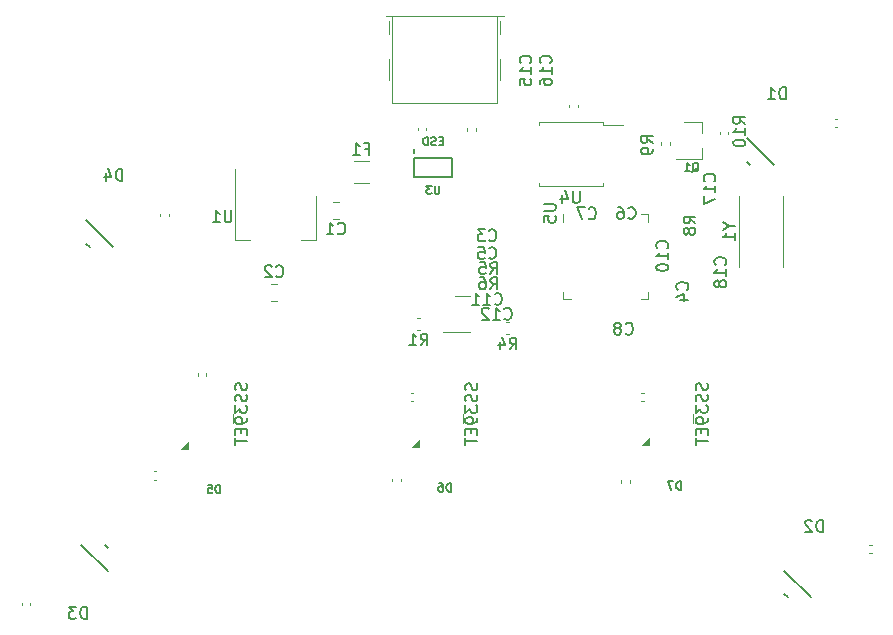
<source format=gbr>
G04 #@! TF.GenerationSoftware,KiCad,Pcbnew,(7.0.0-0)*
G04 #@! TF.CreationDate,2023-03-01T20:47:15-06:00*
G04 #@! TF.ProjectId,RP2040_minimal,52503230-3430-45f6-9d69-6e696d616c2e,REV1*
G04 #@! TF.SameCoordinates,Original*
G04 #@! TF.FileFunction,Legend,Bot*
G04 #@! TF.FilePolarity,Positive*
%FSLAX46Y46*%
G04 Gerber Fmt 4.6, Leading zero omitted, Abs format (unit mm)*
G04 Created by KiCad (PCBNEW (7.0.0-0)) date 2023-03-01 20:47:15*
%MOMM*%
%LPD*%
G01*
G04 APERTURE LIST*
%ADD10C,0.150000*%
%ADD11C,0.200000*%
%ADD12C,0.100000*%
%ADD13C,0.120000*%
G04 APERTURE END LIST*
D10*
X100546666Y-136602166D02*
X100546666Y-135902166D01*
X100546666Y-135902166D02*
X100379999Y-135902166D01*
X100379999Y-135902166D02*
X100279999Y-135935500D01*
X100279999Y-135935500D02*
X100213333Y-136002166D01*
X100213333Y-136002166D02*
X100179999Y-136068833D01*
X100179999Y-136068833D02*
X100146666Y-136202166D01*
X100146666Y-136202166D02*
X100146666Y-136302166D01*
X100146666Y-136302166D02*
X100179999Y-136435500D01*
X100179999Y-136435500D02*
X100213333Y-136502166D01*
X100213333Y-136502166D02*
X100279999Y-136568833D01*
X100279999Y-136568833D02*
X100379999Y-136602166D01*
X100379999Y-136602166D02*
X100546666Y-136602166D01*
X99546666Y-135902166D02*
X99679999Y-135902166D01*
X99679999Y-135902166D02*
X99746666Y-135935500D01*
X99746666Y-135935500D02*
X99779999Y-135968833D01*
X99779999Y-135968833D02*
X99846666Y-136068833D01*
X99846666Y-136068833D02*
X99879999Y-136202166D01*
X99879999Y-136202166D02*
X99879999Y-136468833D01*
X99879999Y-136468833D02*
X99846666Y-136535500D01*
X99846666Y-136535500D02*
X99813333Y-136568833D01*
X99813333Y-136568833D02*
X99746666Y-136602166D01*
X99746666Y-136602166D02*
X99613333Y-136602166D01*
X99613333Y-136602166D02*
X99546666Y-136568833D01*
X99546666Y-136568833D02*
X99513333Y-136535500D01*
X99513333Y-136535500D02*
X99479999Y-136468833D01*
X99479999Y-136468833D02*
X99479999Y-136302166D01*
X99479999Y-136302166D02*
X99513333Y-136235500D01*
X99513333Y-136235500D02*
X99546666Y-136202166D01*
X99546666Y-136202166D02*
X99613333Y-136168833D01*
X99613333Y-136168833D02*
X99746666Y-136168833D01*
X99746666Y-136168833D02*
X99813333Y-136202166D01*
X99813333Y-136202166D02*
X99846666Y-136235500D01*
X99846666Y-136235500D02*
X99879999Y-136302166D01*
X85726666Y-118362142D02*
X85774285Y-118409761D01*
X85774285Y-118409761D02*
X85917142Y-118457380D01*
X85917142Y-118457380D02*
X86012380Y-118457380D01*
X86012380Y-118457380D02*
X86155237Y-118409761D01*
X86155237Y-118409761D02*
X86250475Y-118314523D01*
X86250475Y-118314523D02*
X86298094Y-118219285D01*
X86298094Y-118219285D02*
X86345713Y-118028809D01*
X86345713Y-118028809D02*
X86345713Y-117885952D01*
X86345713Y-117885952D02*
X86298094Y-117695476D01*
X86298094Y-117695476D02*
X86250475Y-117600238D01*
X86250475Y-117600238D02*
X86155237Y-117505000D01*
X86155237Y-117505000D02*
X86012380Y-117457380D01*
X86012380Y-117457380D02*
X85917142Y-117457380D01*
X85917142Y-117457380D02*
X85774285Y-117505000D01*
X85774285Y-117505000D02*
X85726666Y-117552619D01*
X85345713Y-117552619D02*
X85298094Y-117505000D01*
X85298094Y-117505000D02*
X85202856Y-117457380D01*
X85202856Y-117457380D02*
X84964761Y-117457380D01*
X84964761Y-117457380D02*
X84869523Y-117505000D01*
X84869523Y-117505000D02*
X84821904Y-117552619D01*
X84821904Y-117552619D02*
X84774285Y-117647857D01*
X84774285Y-117647857D02*
X84774285Y-117743095D01*
X84774285Y-117743095D02*
X84821904Y-117885952D01*
X84821904Y-117885952D02*
X85393332Y-118457380D01*
X85393332Y-118457380D02*
X84774285Y-118457380D01*
X105060357Y-121956142D02*
X105107976Y-122003761D01*
X105107976Y-122003761D02*
X105250833Y-122051380D01*
X105250833Y-122051380D02*
X105346071Y-122051380D01*
X105346071Y-122051380D02*
X105488928Y-122003761D01*
X105488928Y-122003761D02*
X105584166Y-121908523D01*
X105584166Y-121908523D02*
X105631785Y-121813285D01*
X105631785Y-121813285D02*
X105679404Y-121622809D01*
X105679404Y-121622809D02*
X105679404Y-121479952D01*
X105679404Y-121479952D02*
X105631785Y-121289476D01*
X105631785Y-121289476D02*
X105584166Y-121194238D01*
X105584166Y-121194238D02*
X105488928Y-121099000D01*
X105488928Y-121099000D02*
X105346071Y-121051380D01*
X105346071Y-121051380D02*
X105250833Y-121051380D01*
X105250833Y-121051380D02*
X105107976Y-121099000D01*
X105107976Y-121099000D02*
X105060357Y-121146619D01*
X104107976Y-122051380D02*
X104679404Y-122051380D01*
X104393690Y-122051380D02*
X104393690Y-121051380D01*
X104393690Y-121051380D02*
X104488928Y-121194238D01*
X104488928Y-121194238D02*
X104584166Y-121289476D01*
X104584166Y-121289476D02*
X104679404Y-121337095D01*
X103727023Y-121146619D02*
X103679404Y-121099000D01*
X103679404Y-121099000D02*
X103584166Y-121051380D01*
X103584166Y-121051380D02*
X103346071Y-121051380D01*
X103346071Y-121051380D02*
X103250833Y-121099000D01*
X103250833Y-121099000D02*
X103203214Y-121146619D01*
X103203214Y-121146619D02*
X103155595Y-121241857D01*
X103155595Y-121241857D02*
X103155595Y-121337095D01*
X103155595Y-121337095D02*
X103203214Y-121479952D01*
X103203214Y-121479952D02*
X103774642Y-122051380D01*
X103774642Y-122051380D02*
X103155595Y-122051380D01*
X104240357Y-120692142D02*
X104287976Y-120739761D01*
X104287976Y-120739761D02*
X104430833Y-120787380D01*
X104430833Y-120787380D02*
X104526071Y-120787380D01*
X104526071Y-120787380D02*
X104668928Y-120739761D01*
X104668928Y-120739761D02*
X104764166Y-120644523D01*
X104764166Y-120644523D02*
X104811785Y-120549285D01*
X104811785Y-120549285D02*
X104859404Y-120358809D01*
X104859404Y-120358809D02*
X104859404Y-120215952D01*
X104859404Y-120215952D02*
X104811785Y-120025476D01*
X104811785Y-120025476D02*
X104764166Y-119930238D01*
X104764166Y-119930238D02*
X104668928Y-119835000D01*
X104668928Y-119835000D02*
X104526071Y-119787380D01*
X104526071Y-119787380D02*
X104430833Y-119787380D01*
X104430833Y-119787380D02*
X104287976Y-119835000D01*
X104287976Y-119835000D02*
X104240357Y-119882619D01*
X103287976Y-120787380D02*
X103859404Y-120787380D01*
X103573690Y-120787380D02*
X103573690Y-119787380D01*
X103573690Y-119787380D02*
X103668928Y-119930238D01*
X103668928Y-119930238D02*
X103764166Y-120025476D01*
X103764166Y-120025476D02*
X103859404Y-120073095D01*
X102335595Y-120787380D02*
X102907023Y-120787380D01*
X102621309Y-120787380D02*
X102621309Y-119787380D01*
X102621309Y-119787380D02*
X102716547Y-119930238D01*
X102716547Y-119930238D02*
X102811785Y-120025476D01*
X102811785Y-120025476D02*
X102907023Y-120073095D01*
X115319166Y-123219642D02*
X115366785Y-123267261D01*
X115366785Y-123267261D02*
X115509642Y-123314880D01*
X115509642Y-123314880D02*
X115604880Y-123314880D01*
X115604880Y-123314880D02*
X115747737Y-123267261D01*
X115747737Y-123267261D02*
X115842975Y-123172023D01*
X115842975Y-123172023D02*
X115890594Y-123076785D01*
X115890594Y-123076785D02*
X115938213Y-122886309D01*
X115938213Y-122886309D02*
X115938213Y-122743452D01*
X115938213Y-122743452D02*
X115890594Y-122552976D01*
X115890594Y-122552976D02*
X115842975Y-122457738D01*
X115842975Y-122457738D02*
X115747737Y-122362500D01*
X115747737Y-122362500D02*
X115604880Y-122314880D01*
X115604880Y-122314880D02*
X115509642Y-122314880D01*
X115509642Y-122314880D02*
X115366785Y-122362500D01*
X115366785Y-122362500D02*
X115319166Y-122410119D01*
X114747737Y-122743452D02*
X114842975Y-122695833D01*
X114842975Y-122695833D02*
X114890594Y-122648214D01*
X114890594Y-122648214D02*
X114938213Y-122552976D01*
X114938213Y-122552976D02*
X114938213Y-122505357D01*
X114938213Y-122505357D02*
X114890594Y-122410119D01*
X114890594Y-122410119D02*
X114842975Y-122362500D01*
X114842975Y-122362500D02*
X114747737Y-122314880D01*
X114747737Y-122314880D02*
X114557261Y-122314880D01*
X114557261Y-122314880D02*
X114462023Y-122362500D01*
X114462023Y-122362500D02*
X114414404Y-122410119D01*
X114414404Y-122410119D02*
X114366785Y-122505357D01*
X114366785Y-122505357D02*
X114366785Y-122552976D01*
X114366785Y-122552976D02*
X114414404Y-122648214D01*
X114414404Y-122648214D02*
X114462023Y-122695833D01*
X114462023Y-122695833D02*
X114557261Y-122743452D01*
X114557261Y-122743452D02*
X114747737Y-122743452D01*
X114747737Y-122743452D02*
X114842975Y-122791071D01*
X114842975Y-122791071D02*
X114890594Y-122838690D01*
X114890594Y-122838690D02*
X114938213Y-122933928D01*
X114938213Y-122933928D02*
X114938213Y-123124404D01*
X114938213Y-123124404D02*
X114890594Y-123219642D01*
X114890594Y-123219642D02*
X114842975Y-123267261D01*
X114842975Y-123267261D02*
X114747737Y-123314880D01*
X114747737Y-123314880D02*
X114557261Y-123314880D01*
X114557261Y-123314880D02*
X114462023Y-123267261D01*
X114462023Y-123267261D02*
X114414404Y-123219642D01*
X114414404Y-123219642D02*
X114366785Y-123124404D01*
X114366785Y-123124404D02*
X114366785Y-122933928D01*
X114366785Y-122933928D02*
X114414404Y-122838690D01*
X114414404Y-122838690D02*
X114462023Y-122791071D01*
X114462023Y-122791071D02*
X114557261Y-122743452D01*
X81951904Y-112797380D02*
X81951904Y-113606904D01*
X81951904Y-113606904D02*
X81904285Y-113702142D01*
X81904285Y-113702142D02*
X81856666Y-113749761D01*
X81856666Y-113749761D02*
X81761428Y-113797380D01*
X81761428Y-113797380D02*
X81570952Y-113797380D01*
X81570952Y-113797380D02*
X81475714Y-113749761D01*
X81475714Y-113749761D02*
X81428095Y-113702142D01*
X81428095Y-113702142D02*
X81380476Y-113606904D01*
X81380476Y-113606904D02*
X81380476Y-112797380D01*
X80380476Y-113797380D02*
X80951904Y-113797380D01*
X80666190Y-113797380D02*
X80666190Y-112797380D01*
X80666190Y-112797380D02*
X80761428Y-112940238D01*
X80761428Y-112940238D02*
X80856666Y-113035476D01*
X80856666Y-113035476D02*
X80951904Y-113083095D01*
X111431904Y-111157380D02*
X111431904Y-111966904D01*
X111431904Y-111966904D02*
X111384285Y-112062142D01*
X111384285Y-112062142D02*
X111336666Y-112109761D01*
X111336666Y-112109761D02*
X111241428Y-112157380D01*
X111241428Y-112157380D02*
X111050952Y-112157380D01*
X111050952Y-112157380D02*
X110955714Y-112109761D01*
X110955714Y-112109761D02*
X110908095Y-112062142D01*
X110908095Y-112062142D02*
X110860476Y-111966904D01*
X110860476Y-111966904D02*
X110860476Y-111157380D01*
X109955714Y-111490714D02*
X109955714Y-112157380D01*
X110193809Y-111109761D02*
X110431904Y-111824047D01*
X110431904Y-111824047D02*
X109812857Y-111824047D01*
X123748642Y-117389642D02*
X123796261Y-117342023D01*
X123796261Y-117342023D02*
X123843880Y-117199166D01*
X123843880Y-117199166D02*
X123843880Y-117103928D01*
X123843880Y-117103928D02*
X123796261Y-116961071D01*
X123796261Y-116961071D02*
X123701023Y-116865833D01*
X123701023Y-116865833D02*
X123605785Y-116818214D01*
X123605785Y-116818214D02*
X123415309Y-116770595D01*
X123415309Y-116770595D02*
X123272452Y-116770595D01*
X123272452Y-116770595D02*
X123081976Y-116818214D01*
X123081976Y-116818214D02*
X122986738Y-116865833D01*
X122986738Y-116865833D02*
X122891500Y-116961071D01*
X122891500Y-116961071D02*
X122843880Y-117103928D01*
X122843880Y-117103928D02*
X122843880Y-117199166D01*
X122843880Y-117199166D02*
X122891500Y-117342023D01*
X122891500Y-117342023D02*
X122939119Y-117389642D01*
X123843880Y-118342023D02*
X123843880Y-117770595D01*
X123843880Y-118056309D02*
X122843880Y-118056309D01*
X122843880Y-118056309D02*
X122986738Y-117961071D01*
X122986738Y-117961071D02*
X123081976Y-117865833D01*
X123081976Y-117865833D02*
X123129595Y-117770595D01*
X123272452Y-118913452D02*
X123224833Y-118818214D01*
X123224833Y-118818214D02*
X123177214Y-118770595D01*
X123177214Y-118770595D02*
X123081976Y-118722976D01*
X123081976Y-118722976D02*
X123034357Y-118722976D01*
X123034357Y-118722976D02*
X122939119Y-118770595D01*
X122939119Y-118770595D02*
X122891500Y-118818214D01*
X122891500Y-118818214D02*
X122843880Y-118913452D01*
X122843880Y-118913452D02*
X122843880Y-119103928D01*
X122843880Y-119103928D02*
X122891500Y-119199166D01*
X122891500Y-119199166D02*
X122939119Y-119246785D01*
X122939119Y-119246785D02*
X123034357Y-119294404D01*
X123034357Y-119294404D02*
X123081976Y-119294404D01*
X123081976Y-119294404D02*
X123177214Y-119246785D01*
X123177214Y-119246785D02*
X123224833Y-119199166D01*
X123224833Y-119199166D02*
X123272452Y-119103928D01*
X123272452Y-119103928D02*
X123272452Y-118913452D01*
X123272452Y-118913452D02*
X123320071Y-118818214D01*
X123320071Y-118818214D02*
X123367690Y-118770595D01*
X123367690Y-118770595D02*
X123462928Y-118722976D01*
X123462928Y-118722976D02*
X123653404Y-118722976D01*
X123653404Y-118722976D02*
X123748642Y-118770595D01*
X123748642Y-118770595D02*
X123796261Y-118818214D01*
X123796261Y-118818214D02*
X123843880Y-118913452D01*
X123843880Y-118913452D02*
X123843880Y-119103928D01*
X123843880Y-119103928D02*
X123796261Y-119199166D01*
X123796261Y-119199166D02*
X123748642Y-119246785D01*
X123748642Y-119246785D02*
X123653404Y-119294404D01*
X123653404Y-119294404D02*
X123462928Y-119294404D01*
X123462928Y-119294404D02*
X123367690Y-119246785D01*
X123367690Y-119246785D02*
X123320071Y-119199166D01*
X123320071Y-119199166D02*
X123272452Y-119103928D01*
X103764166Y-116802142D02*
X103811785Y-116849761D01*
X103811785Y-116849761D02*
X103954642Y-116897380D01*
X103954642Y-116897380D02*
X104049880Y-116897380D01*
X104049880Y-116897380D02*
X104192737Y-116849761D01*
X104192737Y-116849761D02*
X104287975Y-116754523D01*
X104287975Y-116754523D02*
X104335594Y-116659285D01*
X104335594Y-116659285D02*
X104383213Y-116468809D01*
X104383213Y-116468809D02*
X104383213Y-116325952D01*
X104383213Y-116325952D02*
X104335594Y-116135476D01*
X104335594Y-116135476D02*
X104287975Y-116040238D01*
X104287975Y-116040238D02*
X104192737Y-115945000D01*
X104192737Y-115945000D02*
X104049880Y-115897380D01*
X104049880Y-115897380D02*
X103954642Y-115897380D01*
X103954642Y-115897380D02*
X103811785Y-115945000D01*
X103811785Y-115945000D02*
X103764166Y-115992619D01*
X102859404Y-115897380D02*
X103335594Y-115897380D01*
X103335594Y-115897380D02*
X103383213Y-116373571D01*
X103383213Y-116373571D02*
X103335594Y-116325952D01*
X103335594Y-116325952D02*
X103240356Y-116278333D01*
X103240356Y-116278333D02*
X103002261Y-116278333D01*
X103002261Y-116278333D02*
X102907023Y-116325952D01*
X102907023Y-116325952D02*
X102859404Y-116373571D01*
X102859404Y-116373571D02*
X102811785Y-116468809D01*
X102811785Y-116468809D02*
X102811785Y-116706904D01*
X102811785Y-116706904D02*
X102859404Y-116802142D01*
X102859404Y-116802142D02*
X102907023Y-116849761D01*
X102907023Y-116849761D02*
X103002261Y-116897380D01*
X103002261Y-116897380D02*
X103240356Y-116897380D01*
X103240356Y-116897380D02*
X103335594Y-116849761D01*
X103335594Y-116849761D02*
X103383213Y-116802142D01*
X112196666Y-113452142D02*
X112244285Y-113499761D01*
X112244285Y-113499761D02*
X112387142Y-113547380D01*
X112387142Y-113547380D02*
X112482380Y-113547380D01*
X112482380Y-113547380D02*
X112625237Y-113499761D01*
X112625237Y-113499761D02*
X112720475Y-113404523D01*
X112720475Y-113404523D02*
X112768094Y-113309285D01*
X112768094Y-113309285D02*
X112815713Y-113118809D01*
X112815713Y-113118809D02*
X112815713Y-112975952D01*
X112815713Y-112975952D02*
X112768094Y-112785476D01*
X112768094Y-112785476D02*
X112720475Y-112690238D01*
X112720475Y-112690238D02*
X112625237Y-112595000D01*
X112625237Y-112595000D02*
X112482380Y-112547380D01*
X112482380Y-112547380D02*
X112387142Y-112547380D01*
X112387142Y-112547380D02*
X112244285Y-112595000D01*
X112244285Y-112595000D02*
X112196666Y-112642619D01*
X111863332Y-112547380D02*
X111196666Y-112547380D01*
X111196666Y-112547380D02*
X111625237Y-113547380D01*
X118834642Y-116000642D02*
X118882261Y-115953023D01*
X118882261Y-115953023D02*
X118929880Y-115810166D01*
X118929880Y-115810166D02*
X118929880Y-115714928D01*
X118929880Y-115714928D02*
X118882261Y-115572071D01*
X118882261Y-115572071D02*
X118787023Y-115476833D01*
X118787023Y-115476833D02*
X118691785Y-115429214D01*
X118691785Y-115429214D02*
X118501309Y-115381595D01*
X118501309Y-115381595D02*
X118358452Y-115381595D01*
X118358452Y-115381595D02*
X118167976Y-115429214D01*
X118167976Y-115429214D02*
X118072738Y-115476833D01*
X118072738Y-115476833D02*
X117977500Y-115572071D01*
X117977500Y-115572071D02*
X117929880Y-115714928D01*
X117929880Y-115714928D02*
X117929880Y-115810166D01*
X117929880Y-115810166D02*
X117977500Y-115953023D01*
X117977500Y-115953023D02*
X118025119Y-116000642D01*
X118929880Y-116953023D02*
X118929880Y-116381595D01*
X118929880Y-116667309D02*
X117929880Y-116667309D01*
X117929880Y-116667309D02*
X118072738Y-116572071D01*
X118072738Y-116572071D02*
X118167976Y-116476833D01*
X118167976Y-116476833D02*
X118215595Y-116381595D01*
X117929880Y-117572071D02*
X117929880Y-117667309D01*
X117929880Y-117667309D02*
X117977500Y-117762547D01*
X117977500Y-117762547D02*
X118025119Y-117810166D01*
X118025119Y-117810166D02*
X118120357Y-117857785D01*
X118120357Y-117857785D02*
X118310833Y-117905404D01*
X118310833Y-117905404D02*
X118548928Y-117905404D01*
X118548928Y-117905404D02*
X118739404Y-117857785D01*
X118739404Y-117857785D02*
X118834642Y-117810166D01*
X118834642Y-117810166D02*
X118882261Y-117762547D01*
X118882261Y-117762547D02*
X118929880Y-117667309D01*
X118929880Y-117667309D02*
X118929880Y-117572071D01*
X118929880Y-117572071D02*
X118882261Y-117476833D01*
X118882261Y-117476833D02*
X118834642Y-117429214D01*
X118834642Y-117429214D02*
X118739404Y-117381595D01*
X118739404Y-117381595D02*
X118548928Y-117333976D01*
X118548928Y-117333976D02*
X118310833Y-117333976D01*
X118310833Y-117333976D02*
X118120357Y-117381595D01*
X118120357Y-117381595D02*
X118025119Y-117429214D01*
X118025119Y-117429214D02*
X117977500Y-117476833D01*
X117977500Y-117476833D02*
X117929880Y-117572071D01*
X103878290Y-118172380D02*
X104211623Y-117696190D01*
X104449718Y-118172380D02*
X104449718Y-117172380D01*
X104449718Y-117172380D02*
X104068766Y-117172380D01*
X104068766Y-117172380D02*
X103973528Y-117220000D01*
X103973528Y-117220000D02*
X103925909Y-117267619D01*
X103925909Y-117267619D02*
X103878290Y-117362857D01*
X103878290Y-117362857D02*
X103878290Y-117505714D01*
X103878290Y-117505714D02*
X103925909Y-117600952D01*
X103925909Y-117600952D02*
X103973528Y-117648571D01*
X103973528Y-117648571D02*
X104068766Y-117696190D01*
X104068766Y-117696190D02*
X104449718Y-117696190D01*
X102973528Y-117172380D02*
X103449718Y-117172380D01*
X103449718Y-117172380D02*
X103497337Y-117648571D01*
X103497337Y-117648571D02*
X103449718Y-117600952D01*
X103449718Y-117600952D02*
X103354480Y-117553333D01*
X103354480Y-117553333D02*
X103116385Y-117553333D01*
X103116385Y-117553333D02*
X103021147Y-117600952D01*
X103021147Y-117600952D02*
X102973528Y-117648571D01*
X102973528Y-117648571D02*
X102925909Y-117743809D01*
X102925909Y-117743809D02*
X102925909Y-117981904D01*
X102925909Y-117981904D02*
X102973528Y-118077142D01*
X102973528Y-118077142D02*
X103021147Y-118124761D01*
X103021147Y-118124761D02*
X103116385Y-118172380D01*
X103116385Y-118172380D02*
X103354480Y-118172380D01*
X103354480Y-118172380D02*
X103449718Y-118124761D01*
X103449718Y-118124761D02*
X103497337Y-118077142D01*
X120534642Y-119495833D02*
X120582261Y-119448214D01*
X120582261Y-119448214D02*
X120629880Y-119305357D01*
X120629880Y-119305357D02*
X120629880Y-119210119D01*
X120629880Y-119210119D02*
X120582261Y-119067262D01*
X120582261Y-119067262D02*
X120487023Y-118972024D01*
X120487023Y-118972024D02*
X120391785Y-118924405D01*
X120391785Y-118924405D02*
X120201309Y-118876786D01*
X120201309Y-118876786D02*
X120058452Y-118876786D01*
X120058452Y-118876786D02*
X119867976Y-118924405D01*
X119867976Y-118924405D02*
X119772738Y-118972024D01*
X119772738Y-118972024D02*
X119677500Y-119067262D01*
X119677500Y-119067262D02*
X119629880Y-119210119D01*
X119629880Y-119210119D02*
X119629880Y-119305357D01*
X119629880Y-119305357D02*
X119677500Y-119448214D01*
X119677500Y-119448214D02*
X119725119Y-119495833D01*
X119963214Y-120352976D02*
X120629880Y-120352976D01*
X119582261Y-120114881D02*
X120296547Y-119876786D01*
X120296547Y-119876786D02*
X120296547Y-120495833D01*
X90966666Y-114742142D02*
X91014285Y-114789761D01*
X91014285Y-114789761D02*
X91157142Y-114837380D01*
X91157142Y-114837380D02*
X91252380Y-114837380D01*
X91252380Y-114837380D02*
X91395237Y-114789761D01*
X91395237Y-114789761D02*
X91490475Y-114694523D01*
X91490475Y-114694523D02*
X91538094Y-114599285D01*
X91538094Y-114599285D02*
X91585713Y-114408809D01*
X91585713Y-114408809D02*
X91585713Y-114265952D01*
X91585713Y-114265952D02*
X91538094Y-114075476D01*
X91538094Y-114075476D02*
X91490475Y-113980238D01*
X91490475Y-113980238D02*
X91395237Y-113885000D01*
X91395237Y-113885000D02*
X91252380Y-113837380D01*
X91252380Y-113837380D02*
X91157142Y-113837380D01*
X91157142Y-113837380D02*
X91014285Y-113885000D01*
X91014285Y-113885000D02*
X90966666Y-113932619D01*
X90014285Y-114837380D02*
X90585713Y-114837380D01*
X90299999Y-114837380D02*
X90299999Y-113837380D01*
X90299999Y-113837380D02*
X90395237Y-113980238D01*
X90395237Y-113980238D02*
X90490475Y-114075476D01*
X90490475Y-114075476D02*
X90585713Y-114123095D01*
X115546666Y-113422142D02*
X115594285Y-113469761D01*
X115594285Y-113469761D02*
X115737142Y-113517380D01*
X115737142Y-113517380D02*
X115832380Y-113517380D01*
X115832380Y-113517380D02*
X115975237Y-113469761D01*
X115975237Y-113469761D02*
X116070475Y-113374523D01*
X116070475Y-113374523D02*
X116118094Y-113279285D01*
X116118094Y-113279285D02*
X116165713Y-113088809D01*
X116165713Y-113088809D02*
X116165713Y-112945952D01*
X116165713Y-112945952D02*
X116118094Y-112755476D01*
X116118094Y-112755476D02*
X116070475Y-112660238D01*
X116070475Y-112660238D02*
X115975237Y-112565000D01*
X115975237Y-112565000D02*
X115832380Y-112517380D01*
X115832380Y-112517380D02*
X115737142Y-112517380D01*
X115737142Y-112517380D02*
X115594285Y-112565000D01*
X115594285Y-112565000D02*
X115546666Y-112612619D01*
X114689523Y-112517380D02*
X114879999Y-112517380D01*
X114879999Y-112517380D02*
X114975237Y-112565000D01*
X114975237Y-112565000D02*
X115022856Y-112612619D01*
X115022856Y-112612619D02*
X115118094Y-112755476D01*
X115118094Y-112755476D02*
X115165713Y-112945952D01*
X115165713Y-112945952D02*
X115165713Y-113326904D01*
X115165713Y-113326904D02*
X115118094Y-113422142D01*
X115118094Y-113422142D02*
X115070475Y-113469761D01*
X115070475Y-113469761D02*
X114975237Y-113517380D01*
X114975237Y-113517380D02*
X114784761Y-113517380D01*
X114784761Y-113517380D02*
X114689523Y-113469761D01*
X114689523Y-113469761D02*
X114641904Y-113422142D01*
X114641904Y-113422142D02*
X114594285Y-113326904D01*
X114594285Y-113326904D02*
X114594285Y-113088809D01*
X114594285Y-113088809D02*
X114641904Y-112993571D01*
X114641904Y-112993571D02*
X114689523Y-112945952D01*
X114689523Y-112945952D02*
X114784761Y-112898333D01*
X114784761Y-112898333D02*
X114975237Y-112898333D01*
X114975237Y-112898333D02*
X115070475Y-112945952D01*
X115070475Y-112945952D02*
X115118094Y-112993571D01*
X115118094Y-112993571D02*
X115165713Y-113088809D01*
X108962142Y-100312142D02*
X109009761Y-100264523D01*
X109009761Y-100264523D02*
X109057380Y-100121666D01*
X109057380Y-100121666D02*
X109057380Y-100026428D01*
X109057380Y-100026428D02*
X109009761Y-99883571D01*
X109009761Y-99883571D02*
X108914523Y-99788333D01*
X108914523Y-99788333D02*
X108819285Y-99740714D01*
X108819285Y-99740714D02*
X108628809Y-99693095D01*
X108628809Y-99693095D02*
X108485952Y-99693095D01*
X108485952Y-99693095D02*
X108295476Y-99740714D01*
X108295476Y-99740714D02*
X108200238Y-99788333D01*
X108200238Y-99788333D02*
X108105000Y-99883571D01*
X108105000Y-99883571D02*
X108057380Y-100026428D01*
X108057380Y-100026428D02*
X108057380Y-100121666D01*
X108057380Y-100121666D02*
X108105000Y-100264523D01*
X108105000Y-100264523D02*
X108152619Y-100312142D01*
X109057380Y-101264523D02*
X109057380Y-100693095D01*
X109057380Y-100978809D02*
X108057380Y-100978809D01*
X108057380Y-100978809D02*
X108200238Y-100883571D01*
X108200238Y-100883571D02*
X108295476Y-100788333D01*
X108295476Y-100788333D02*
X108343095Y-100693095D01*
X108057380Y-102121666D02*
X108057380Y-101931190D01*
X108057380Y-101931190D02*
X108105000Y-101835952D01*
X108105000Y-101835952D02*
X108152619Y-101788333D01*
X108152619Y-101788333D02*
X108295476Y-101693095D01*
X108295476Y-101693095D02*
X108485952Y-101645476D01*
X108485952Y-101645476D02*
X108866904Y-101645476D01*
X108866904Y-101645476D02*
X108962142Y-101693095D01*
X108962142Y-101693095D02*
X109009761Y-101740714D01*
X109009761Y-101740714D02*
X109057380Y-101835952D01*
X109057380Y-101835952D02*
X109057380Y-102026428D01*
X109057380Y-102026428D02*
X109009761Y-102121666D01*
X109009761Y-102121666D02*
X108962142Y-102169285D01*
X108962142Y-102169285D02*
X108866904Y-102216904D01*
X108866904Y-102216904D02*
X108628809Y-102216904D01*
X108628809Y-102216904D02*
X108533571Y-102169285D01*
X108533571Y-102169285D02*
X108485952Y-102121666D01*
X108485952Y-102121666D02*
X108438333Y-102026428D01*
X108438333Y-102026428D02*
X108438333Y-101835952D01*
X108438333Y-101835952D02*
X108485952Y-101740714D01*
X108485952Y-101740714D02*
X108533571Y-101693095D01*
X108533571Y-101693095D02*
X108628809Y-101645476D01*
X108404880Y-112255595D02*
X109214404Y-112255595D01*
X109214404Y-112255595D02*
X109309642Y-112303214D01*
X109309642Y-112303214D02*
X109357261Y-112350833D01*
X109357261Y-112350833D02*
X109404880Y-112446071D01*
X109404880Y-112446071D02*
X109404880Y-112636547D01*
X109404880Y-112636547D02*
X109357261Y-112731785D01*
X109357261Y-112731785D02*
X109309642Y-112779404D01*
X109309642Y-112779404D02*
X109214404Y-112827023D01*
X109214404Y-112827023D02*
X108404880Y-112827023D01*
X108404880Y-113779404D02*
X108404880Y-113303214D01*
X108404880Y-113303214D02*
X108881071Y-113255595D01*
X108881071Y-113255595D02*
X108833452Y-113303214D01*
X108833452Y-113303214D02*
X108785833Y-113398452D01*
X108785833Y-113398452D02*
X108785833Y-113636547D01*
X108785833Y-113636547D02*
X108833452Y-113731785D01*
X108833452Y-113731785D02*
X108881071Y-113779404D01*
X108881071Y-113779404D02*
X108976309Y-113827023D01*
X108976309Y-113827023D02*
X109214404Y-113827023D01*
X109214404Y-113827023D02*
X109309642Y-113779404D01*
X109309642Y-113779404D02*
X109357261Y-113731785D01*
X109357261Y-113731785D02*
X109404880Y-113636547D01*
X109404880Y-113636547D02*
X109404880Y-113398452D01*
X109404880Y-113398452D02*
X109357261Y-113303214D01*
X109357261Y-113303214D02*
X109309642Y-113255595D01*
X122834642Y-110319642D02*
X122882261Y-110272023D01*
X122882261Y-110272023D02*
X122929880Y-110129166D01*
X122929880Y-110129166D02*
X122929880Y-110033928D01*
X122929880Y-110033928D02*
X122882261Y-109891071D01*
X122882261Y-109891071D02*
X122787023Y-109795833D01*
X122787023Y-109795833D02*
X122691785Y-109748214D01*
X122691785Y-109748214D02*
X122501309Y-109700595D01*
X122501309Y-109700595D02*
X122358452Y-109700595D01*
X122358452Y-109700595D02*
X122167976Y-109748214D01*
X122167976Y-109748214D02*
X122072738Y-109795833D01*
X122072738Y-109795833D02*
X121977500Y-109891071D01*
X121977500Y-109891071D02*
X121929880Y-110033928D01*
X121929880Y-110033928D02*
X121929880Y-110129166D01*
X121929880Y-110129166D02*
X121977500Y-110272023D01*
X121977500Y-110272023D02*
X122025119Y-110319642D01*
X122929880Y-111272023D02*
X122929880Y-110700595D01*
X122929880Y-110986309D02*
X121929880Y-110986309D01*
X121929880Y-110986309D02*
X122072738Y-110891071D01*
X122072738Y-110891071D02*
X122167976Y-110795833D01*
X122167976Y-110795833D02*
X122215595Y-110700595D01*
X121929880Y-111605357D02*
X121929880Y-112272023D01*
X121929880Y-112272023D02*
X122929880Y-111843452D01*
X103878290Y-119472380D02*
X104211623Y-118996190D01*
X104449718Y-119472380D02*
X104449718Y-118472380D01*
X104449718Y-118472380D02*
X104068766Y-118472380D01*
X104068766Y-118472380D02*
X103973528Y-118520000D01*
X103973528Y-118520000D02*
X103925909Y-118567619D01*
X103925909Y-118567619D02*
X103878290Y-118662857D01*
X103878290Y-118662857D02*
X103878290Y-118805714D01*
X103878290Y-118805714D02*
X103925909Y-118900952D01*
X103925909Y-118900952D02*
X103973528Y-118948571D01*
X103973528Y-118948571D02*
X104068766Y-118996190D01*
X104068766Y-118996190D02*
X104449718Y-118996190D01*
X103021147Y-118472380D02*
X103211623Y-118472380D01*
X103211623Y-118472380D02*
X103306861Y-118520000D01*
X103306861Y-118520000D02*
X103354480Y-118567619D01*
X103354480Y-118567619D02*
X103449718Y-118710476D01*
X103449718Y-118710476D02*
X103497337Y-118900952D01*
X103497337Y-118900952D02*
X103497337Y-119281904D01*
X103497337Y-119281904D02*
X103449718Y-119377142D01*
X103449718Y-119377142D02*
X103402099Y-119424761D01*
X103402099Y-119424761D02*
X103306861Y-119472380D01*
X103306861Y-119472380D02*
X103116385Y-119472380D01*
X103116385Y-119472380D02*
X103021147Y-119424761D01*
X103021147Y-119424761D02*
X102973528Y-119377142D01*
X102973528Y-119377142D02*
X102925909Y-119281904D01*
X102925909Y-119281904D02*
X102925909Y-119043809D01*
X102925909Y-119043809D02*
X102973528Y-118948571D01*
X102973528Y-118948571D02*
X103021147Y-118900952D01*
X103021147Y-118900952D02*
X103116385Y-118853333D01*
X103116385Y-118853333D02*
X103306861Y-118853333D01*
X103306861Y-118853333D02*
X103402099Y-118900952D01*
X103402099Y-118900952D02*
X103449718Y-118948571D01*
X103449718Y-118948571D02*
X103497337Y-119043809D01*
X103764166Y-115312142D02*
X103811785Y-115359761D01*
X103811785Y-115359761D02*
X103954642Y-115407380D01*
X103954642Y-115407380D02*
X104049880Y-115407380D01*
X104049880Y-115407380D02*
X104192737Y-115359761D01*
X104192737Y-115359761D02*
X104287975Y-115264523D01*
X104287975Y-115264523D02*
X104335594Y-115169285D01*
X104335594Y-115169285D02*
X104383213Y-114978809D01*
X104383213Y-114978809D02*
X104383213Y-114835952D01*
X104383213Y-114835952D02*
X104335594Y-114645476D01*
X104335594Y-114645476D02*
X104287975Y-114550238D01*
X104287975Y-114550238D02*
X104192737Y-114455000D01*
X104192737Y-114455000D02*
X104049880Y-114407380D01*
X104049880Y-114407380D02*
X103954642Y-114407380D01*
X103954642Y-114407380D02*
X103811785Y-114455000D01*
X103811785Y-114455000D02*
X103764166Y-114502619D01*
X103430832Y-114407380D02*
X102811785Y-114407380D01*
X102811785Y-114407380D02*
X103145118Y-114788333D01*
X103145118Y-114788333D02*
X103002261Y-114788333D01*
X103002261Y-114788333D02*
X102907023Y-114835952D01*
X102907023Y-114835952D02*
X102859404Y-114883571D01*
X102859404Y-114883571D02*
X102811785Y-114978809D01*
X102811785Y-114978809D02*
X102811785Y-115216904D01*
X102811785Y-115216904D02*
X102859404Y-115312142D01*
X102859404Y-115312142D02*
X102907023Y-115359761D01*
X102907023Y-115359761D02*
X103002261Y-115407380D01*
X103002261Y-115407380D02*
X103287975Y-115407380D01*
X103287975Y-115407380D02*
X103383213Y-115359761D01*
X103383213Y-115359761D02*
X103430832Y-115312142D01*
X107252142Y-100312142D02*
X107299761Y-100264523D01*
X107299761Y-100264523D02*
X107347380Y-100121666D01*
X107347380Y-100121666D02*
X107347380Y-100026428D01*
X107347380Y-100026428D02*
X107299761Y-99883571D01*
X107299761Y-99883571D02*
X107204523Y-99788333D01*
X107204523Y-99788333D02*
X107109285Y-99740714D01*
X107109285Y-99740714D02*
X106918809Y-99693095D01*
X106918809Y-99693095D02*
X106775952Y-99693095D01*
X106775952Y-99693095D02*
X106585476Y-99740714D01*
X106585476Y-99740714D02*
X106490238Y-99788333D01*
X106490238Y-99788333D02*
X106395000Y-99883571D01*
X106395000Y-99883571D02*
X106347380Y-100026428D01*
X106347380Y-100026428D02*
X106347380Y-100121666D01*
X106347380Y-100121666D02*
X106395000Y-100264523D01*
X106395000Y-100264523D02*
X106442619Y-100312142D01*
X107347380Y-101264523D02*
X107347380Y-100693095D01*
X107347380Y-100978809D02*
X106347380Y-100978809D01*
X106347380Y-100978809D02*
X106490238Y-100883571D01*
X106490238Y-100883571D02*
X106585476Y-100788333D01*
X106585476Y-100788333D02*
X106633095Y-100693095D01*
X106347380Y-102169285D02*
X106347380Y-101693095D01*
X106347380Y-101693095D02*
X106823571Y-101645476D01*
X106823571Y-101645476D02*
X106775952Y-101693095D01*
X106775952Y-101693095D02*
X106728333Y-101788333D01*
X106728333Y-101788333D02*
X106728333Y-102026428D01*
X106728333Y-102026428D02*
X106775952Y-102121666D01*
X106775952Y-102121666D02*
X106823571Y-102169285D01*
X106823571Y-102169285D02*
X106918809Y-102216904D01*
X106918809Y-102216904D02*
X107156904Y-102216904D01*
X107156904Y-102216904D02*
X107252142Y-102169285D01*
X107252142Y-102169285D02*
X107299761Y-102121666D01*
X107299761Y-102121666D02*
X107347380Y-102026428D01*
X107347380Y-102026428D02*
X107347380Y-101788333D01*
X107347380Y-101788333D02*
X107299761Y-101693095D01*
X107299761Y-101693095D02*
X107252142Y-101645476D01*
X121229880Y-113895833D02*
X120753690Y-113562500D01*
X121229880Y-113324405D02*
X120229880Y-113324405D01*
X120229880Y-113324405D02*
X120229880Y-113705357D01*
X120229880Y-113705357D02*
X120277500Y-113800595D01*
X120277500Y-113800595D02*
X120325119Y-113848214D01*
X120325119Y-113848214D02*
X120420357Y-113895833D01*
X120420357Y-113895833D02*
X120563214Y-113895833D01*
X120563214Y-113895833D02*
X120658452Y-113848214D01*
X120658452Y-113848214D02*
X120706071Y-113800595D01*
X120706071Y-113800595D02*
X120753690Y-113705357D01*
X120753690Y-113705357D02*
X120753690Y-113324405D01*
X120658452Y-114467262D02*
X120610833Y-114372024D01*
X120610833Y-114372024D02*
X120563214Y-114324405D01*
X120563214Y-114324405D02*
X120467976Y-114276786D01*
X120467976Y-114276786D02*
X120420357Y-114276786D01*
X120420357Y-114276786D02*
X120325119Y-114324405D01*
X120325119Y-114324405D02*
X120277500Y-114372024D01*
X120277500Y-114372024D02*
X120229880Y-114467262D01*
X120229880Y-114467262D02*
X120229880Y-114657738D01*
X120229880Y-114657738D02*
X120277500Y-114752976D01*
X120277500Y-114752976D02*
X120325119Y-114800595D01*
X120325119Y-114800595D02*
X120420357Y-114848214D01*
X120420357Y-114848214D02*
X120467976Y-114848214D01*
X120467976Y-114848214D02*
X120563214Y-114800595D01*
X120563214Y-114800595D02*
X120610833Y-114752976D01*
X120610833Y-114752976D02*
X120658452Y-114657738D01*
X120658452Y-114657738D02*
X120658452Y-114467262D01*
X120658452Y-114467262D02*
X120706071Y-114372024D01*
X120706071Y-114372024D02*
X120753690Y-114324405D01*
X120753690Y-114324405D02*
X120848928Y-114276786D01*
X120848928Y-114276786D02*
X121039404Y-114276786D01*
X121039404Y-114276786D02*
X121134642Y-114324405D01*
X121134642Y-114324405D02*
X121182261Y-114372024D01*
X121182261Y-114372024D02*
X121229880Y-114467262D01*
X121229880Y-114467262D02*
X121229880Y-114657738D01*
X121229880Y-114657738D02*
X121182261Y-114752976D01*
X121182261Y-114752976D02*
X121134642Y-114800595D01*
X121134642Y-114800595D02*
X121039404Y-114848214D01*
X121039404Y-114848214D02*
X120848928Y-114848214D01*
X120848928Y-114848214D02*
X120753690Y-114800595D01*
X120753690Y-114800595D02*
X120706071Y-114752976D01*
X120706071Y-114752976D02*
X120658452Y-114657738D01*
X124069690Y-114127309D02*
X124545880Y-114127309D01*
X123545880Y-113793976D02*
X124069690Y-114127309D01*
X124069690Y-114127309D02*
X123545880Y-114460642D01*
X124545880Y-115317785D02*
X124545880Y-114746357D01*
X124545880Y-115032071D02*
X123545880Y-115032071D01*
X123545880Y-115032071D02*
X123688738Y-114936833D01*
X123688738Y-114936833D02*
X123783976Y-114841595D01*
X123783976Y-114841595D02*
X123831595Y-114746357D01*
X119996666Y-136437166D02*
X119996666Y-135737166D01*
X119996666Y-135737166D02*
X119829999Y-135737166D01*
X119829999Y-135737166D02*
X119729999Y-135770500D01*
X119729999Y-135770500D02*
X119663333Y-135837166D01*
X119663333Y-135837166D02*
X119629999Y-135903833D01*
X119629999Y-135903833D02*
X119596666Y-136037166D01*
X119596666Y-136037166D02*
X119596666Y-136137166D01*
X119596666Y-136137166D02*
X119629999Y-136270500D01*
X119629999Y-136270500D02*
X119663333Y-136337166D01*
X119663333Y-136337166D02*
X119729999Y-136403833D01*
X119729999Y-136403833D02*
X119829999Y-136437166D01*
X119829999Y-136437166D02*
X119996666Y-136437166D01*
X119363333Y-135737166D02*
X118896666Y-135737166D01*
X118896666Y-135737166D02*
X119196666Y-136437166D01*
D11*
X128888094Y-103387380D02*
X128888094Y-102387380D01*
X128888094Y-102387380D02*
X128649999Y-102387380D01*
X128649999Y-102387380D02*
X128507142Y-102435000D01*
X128507142Y-102435000D02*
X128411904Y-102530238D01*
X128411904Y-102530238D02*
X128364285Y-102625476D01*
X128364285Y-102625476D02*
X128316666Y-102815952D01*
X128316666Y-102815952D02*
X128316666Y-102958809D01*
X128316666Y-102958809D02*
X128364285Y-103149285D01*
X128364285Y-103149285D02*
X128411904Y-103244523D01*
X128411904Y-103244523D02*
X128507142Y-103339761D01*
X128507142Y-103339761D02*
X128649999Y-103387380D01*
X128649999Y-103387380D02*
X128888094Y-103387380D01*
X127364285Y-103387380D02*
X127935713Y-103387380D01*
X127649999Y-103387380D02*
X127649999Y-102387380D01*
X127649999Y-102387380D02*
X127745237Y-102530238D01*
X127745237Y-102530238D02*
X127840475Y-102625476D01*
X127840475Y-102625476D02*
X127935713Y-102673095D01*
X132038094Y-140017380D02*
X132038094Y-139017380D01*
X132038094Y-139017380D02*
X131799999Y-139017380D01*
X131799999Y-139017380D02*
X131657142Y-139065000D01*
X131657142Y-139065000D02*
X131561904Y-139160238D01*
X131561904Y-139160238D02*
X131514285Y-139255476D01*
X131514285Y-139255476D02*
X131466666Y-139445952D01*
X131466666Y-139445952D02*
X131466666Y-139588809D01*
X131466666Y-139588809D02*
X131514285Y-139779285D01*
X131514285Y-139779285D02*
X131561904Y-139874523D01*
X131561904Y-139874523D02*
X131657142Y-139969761D01*
X131657142Y-139969761D02*
X131799999Y-140017380D01*
X131799999Y-140017380D02*
X132038094Y-140017380D01*
X131085713Y-139112619D02*
X131038094Y-139065000D01*
X131038094Y-139065000D02*
X130942856Y-139017380D01*
X130942856Y-139017380D02*
X130704761Y-139017380D01*
X130704761Y-139017380D02*
X130609523Y-139065000D01*
X130609523Y-139065000D02*
X130561904Y-139112619D01*
X130561904Y-139112619D02*
X130514285Y-139207857D01*
X130514285Y-139207857D02*
X130514285Y-139303095D01*
X130514285Y-139303095D02*
X130561904Y-139445952D01*
X130561904Y-139445952D02*
X131133332Y-140017380D01*
X131133332Y-140017380D02*
X130514285Y-140017380D01*
D10*
X105506666Y-124567380D02*
X105839999Y-124091190D01*
X106078094Y-124567380D02*
X106078094Y-123567380D01*
X106078094Y-123567380D02*
X105697142Y-123567380D01*
X105697142Y-123567380D02*
X105601904Y-123615000D01*
X105601904Y-123615000D02*
X105554285Y-123662619D01*
X105554285Y-123662619D02*
X105506666Y-123757857D01*
X105506666Y-123757857D02*
X105506666Y-123900714D01*
X105506666Y-123900714D02*
X105554285Y-123995952D01*
X105554285Y-123995952D02*
X105601904Y-124043571D01*
X105601904Y-124043571D02*
X105697142Y-124091190D01*
X105697142Y-124091190D02*
X106078094Y-124091190D01*
X104649523Y-123900714D02*
X104649523Y-124567380D01*
X104887618Y-123519761D02*
X105125713Y-124234047D01*
X105125713Y-124234047D02*
X104506666Y-124234047D01*
X122219761Y-127452381D02*
X122267380Y-127595238D01*
X122267380Y-127595238D02*
X122267380Y-127833333D01*
X122267380Y-127833333D02*
X122219761Y-127928571D01*
X122219761Y-127928571D02*
X122172142Y-127976190D01*
X122172142Y-127976190D02*
X122076904Y-128023809D01*
X122076904Y-128023809D02*
X121981666Y-128023809D01*
X121981666Y-128023809D02*
X121886428Y-127976190D01*
X121886428Y-127976190D02*
X121838809Y-127928571D01*
X121838809Y-127928571D02*
X121791190Y-127833333D01*
X121791190Y-127833333D02*
X121743571Y-127642857D01*
X121743571Y-127642857D02*
X121695952Y-127547619D01*
X121695952Y-127547619D02*
X121648333Y-127500000D01*
X121648333Y-127500000D02*
X121553095Y-127452381D01*
X121553095Y-127452381D02*
X121457857Y-127452381D01*
X121457857Y-127452381D02*
X121362619Y-127500000D01*
X121362619Y-127500000D02*
X121315000Y-127547619D01*
X121315000Y-127547619D02*
X121267380Y-127642857D01*
X121267380Y-127642857D02*
X121267380Y-127880952D01*
X121267380Y-127880952D02*
X121315000Y-128023809D01*
X122219761Y-128404762D02*
X122267380Y-128547619D01*
X122267380Y-128547619D02*
X122267380Y-128785714D01*
X122267380Y-128785714D02*
X122219761Y-128880952D01*
X122219761Y-128880952D02*
X122172142Y-128928571D01*
X122172142Y-128928571D02*
X122076904Y-128976190D01*
X122076904Y-128976190D02*
X121981666Y-128976190D01*
X121981666Y-128976190D02*
X121886428Y-128928571D01*
X121886428Y-128928571D02*
X121838809Y-128880952D01*
X121838809Y-128880952D02*
X121791190Y-128785714D01*
X121791190Y-128785714D02*
X121743571Y-128595238D01*
X121743571Y-128595238D02*
X121695952Y-128500000D01*
X121695952Y-128500000D02*
X121648333Y-128452381D01*
X121648333Y-128452381D02*
X121553095Y-128404762D01*
X121553095Y-128404762D02*
X121457857Y-128404762D01*
X121457857Y-128404762D02*
X121362619Y-128452381D01*
X121362619Y-128452381D02*
X121315000Y-128500000D01*
X121315000Y-128500000D02*
X121267380Y-128595238D01*
X121267380Y-128595238D02*
X121267380Y-128833333D01*
X121267380Y-128833333D02*
X121315000Y-128976190D01*
X121267380Y-129309524D02*
X121267380Y-129928571D01*
X121267380Y-129928571D02*
X121648333Y-129595238D01*
X121648333Y-129595238D02*
X121648333Y-129738095D01*
X121648333Y-129738095D02*
X121695952Y-129833333D01*
X121695952Y-129833333D02*
X121743571Y-129880952D01*
X121743571Y-129880952D02*
X121838809Y-129928571D01*
X121838809Y-129928571D02*
X122076904Y-129928571D01*
X122076904Y-129928571D02*
X122172142Y-129880952D01*
X122172142Y-129880952D02*
X122219761Y-129833333D01*
X122219761Y-129833333D02*
X122267380Y-129738095D01*
X122267380Y-129738095D02*
X122267380Y-129452381D01*
X122267380Y-129452381D02*
X122219761Y-129357143D01*
X122219761Y-129357143D02*
X122172142Y-129309524D01*
X122267380Y-130404762D02*
X122267380Y-130595238D01*
X122267380Y-130595238D02*
X122219761Y-130690476D01*
X122219761Y-130690476D02*
X122172142Y-130738095D01*
X122172142Y-130738095D02*
X122029285Y-130833333D01*
X122029285Y-130833333D02*
X121838809Y-130880952D01*
X121838809Y-130880952D02*
X121457857Y-130880952D01*
X121457857Y-130880952D02*
X121362619Y-130833333D01*
X121362619Y-130833333D02*
X121315000Y-130785714D01*
X121315000Y-130785714D02*
X121267380Y-130690476D01*
X121267380Y-130690476D02*
X121267380Y-130500000D01*
X121267380Y-130500000D02*
X121315000Y-130404762D01*
X121315000Y-130404762D02*
X121362619Y-130357143D01*
X121362619Y-130357143D02*
X121457857Y-130309524D01*
X121457857Y-130309524D02*
X121695952Y-130309524D01*
X121695952Y-130309524D02*
X121791190Y-130357143D01*
X121791190Y-130357143D02*
X121838809Y-130404762D01*
X121838809Y-130404762D02*
X121886428Y-130500000D01*
X121886428Y-130500000D02*
X121886428Y-130690476D01*
X121886428Y-130690476D02*
X121838809Y-130785714D01*
X121838809Y-130785714D02*
X121791190Y-130833333D01*
X121791190Y-130833333D02*
X121695952Y-130880952D01*
X121743571Y-131309524D02*
X121743571Y-131642857D01*
X122267380Y-131785714D02*
X122267380Y-131309524D01*
X122267380Y-131309524D02*
X121267380Y-131309524D01*
X121267380Y-131309524D02*
X121267380Y-131785714D01*
X121267380Y-132071429D02*
X121267380Y-132642857D01*
X122267380Y-132357143D02*
X121267380Y-132357143D01*
X120976666Y-109528833D02*
X121043333Y-109495500D01*
X121043333Y-109495500D02*
X121110000Y-109428833D01*
X121110000Y-109428833D02*
X121210000Y-109328833D01*
X121210000Y-109328833D02*
X121276666Y-109295500D01*
X121276666Y-109295500D02*
X121343333Y-109295500D01*
X121310000Y-109462166D02*
X121376666Y-109428833D01*
X121376666Y-109428833D02*
X121443333Y-109362166D01*
X121443333Y-109362166D02*
X121476666Y-109228833D01*
X121476666Y-109228833D02*
X121476666Y-108995500D01*
X121476666Y-108995500D02*
X121443333Y-108862166D01*
X121443333Y-108862166D02*
X121376666Y-108795500D01*
X121376666Y-108795500D02*
X121310000Y-108762166D01*
X121310000Y-108762166D02*
X121176666Y-108762166D01*
X121176666Y-108762166D02*
X121110000Y-108795500D01*
X121110000Y-108795500D02*
X121043333Y-108862166D01*
X121043333Y-108862166D02*
X121010000Y-108995500D01*
X121010000Y-108995500D02*
X121010000Y-109228833D01*
X121010000Y-109228833D02*
X121043333Y-109362166D01*
X121043333Y-109362166D02*
X121110000Y-109428833D01*
X121110000Y-109428833D02*
X121176666Y-109462166D01*
X121176666Y-109462166D02*
X121310000Y-109462166D01*
X120343333Y-109462166D02*
X120743333Y-109462166D01*
X120543333Y-109462166D02*
X120543333Y-108762166D01*
X120543333Y-108762166D02*
X120610000Y-108862166D01*
X120610000Y-108862166D02*
X120676667Y-108928833D01*
X120676667Y-108928833D02*
X120743333Y-108962166D01*
X97976666Y-124227380D02*
X98309999Y-123751190D01*
X98548094Y-124227380D02*
X98548094Y-123227380D01*
X98548094Y-123227380D02*
X98167142Y-123227380D01*
X98167142Y-123227380D02*
X98071904Y-123275000D01*
X98071904Y-123275000D02*
X98024285Y-123322619D01*
X98024285Y-123322619D02*
X97976666Y-123417857D01*
X97976666Y-123417857D02*
X97976666Y-123560714D01*
X97976666Y-123560714D02*
X98024285Y-123655952D01*
X98024285Y-123655952D02*
X98071904Y-123703571D01*
X98071904Y-123703571D02*
X98167142Y-123751190D01*
X98167142Y-123751190D02*
X98548094Y-123751190D01*
X97024285Y-124227380D02*
X97595713Y-124227380D01*
X97309999Y-124227380D02*
X97309999Y-123227380D01*
X97309999Y-123227380D02*
X97405237Y-123370238D01*
X97405237Y-123370238D02*
X97500475Y-123465476D01*
X97500475Y-123465476D02*
X97595713Y-123513095D01*
D11*
X72728094Y-110287380D02*
X72728094Y-109287380D01*
X72728094Y-109287380D02*
X72489999Y-109287380D01*
X72489999Y-109287380D02*
X72347142Y-109335000D01*
X72347142Y-109335000D02*
X72251904Y-109430238D01*
X72251904Y-109430238D02*
X72204285Y-109525476D01*
X72204285Y-109525476D02*
X72156666Y-109715952D01*
X72156666Y-109715952D02*
X72156666Y-109858809D01*
X72156666Y-109858809D02*
X72204285Y-110049285D01*
X72204285Y-110049285D02*
X72251904Y-110144523D01*
X72251904Y-110144523D02*
X72347142Y-110239761D01*
X72347142Y-110239761D02*
X72489999Y-110287380D01*
X72489999Y-110287380D02*
X72728094Y-110287380D01*
X71299523Y-109620714D02*
X71299523Y-110287380D01*
X71537618Y-109239761D02*
X71775713Y-109954047D01*
X71775713Y-109954047D02*
X71156666Y-109954047D01*
D10*
X99568333Y-110697166D02*
X99568333Y-111263833D01*
X99568333Y-111263833D02*
X99535000Y-111330500D01*
X99535000Y-111330500D02*
X99501666Y-111363833D01*
X99501666Y-111363833D02*
X99435000Y-111397166D01*
X99435000Y-111397166D02*
X99301666Y-111397166D01*
X99301666Y-111397166D02*
X99235000Y-111363833D01*
X99235000Y-111363833D02*
X99201666Y-111330500D01*
X99201666Y-111330500D02*
X99168333Y-111263833D01*
X99168333Y-111263833D02*
X99168333Y-110697166D01*
X98901667Y-110697166D02*
X98468333Y-110697166D01*
X98468333Y-110697166D02*
X98701667Y-110963833D01*
X98701667Y-110963833D02*
X98601667Y-110963833D01*
X98601667Y-110963833D02*
X98535000Y-110997166D01*
X98535000Y-110997166D02*
X98501667Y-111030500D01*
X98501667Y-111030500D02*
X98468333Y-111097166D01*
X98468333Y-111097166D02*
X98468333Y-111263833D01*
X98468333Y-111263833D02*
X98501667Y-111330500D01*
X98501667Y-111330500D02*
X98535000Y-111363833D01*
X98535000Y-111363833D02*
X98601667Y-111397166D01*
X98601667Y-111397166D02*
X98801667Y-111397166D01*
X98801667Y-111397166D02*
X98868333Y-111363833D01*
X98868333Y-111363833D02*
X98901667Y-111330500D01*
X99868333Y-106930500D02*
X99635000Y-106930500D01*
X99535000Y-107297166D02*
X99868333Y-107297166D01*
X99868333Y-107297166D02*
X99868333Y-106597166D01*
X99868333Y-106597166D02*
X99535000Y-106597166D01*
X99268333Y-107263833D02*
X99168333Y-107297166D01*
X99168333Y-107297166D02*
X99001667Y-107297166D01*
X99001667Y-107297166D02*
X98935000Y-107263833D01*
X98935000Y-107263833D02*
X98901667Y-107230500D01*
X98901667Y-107230500D02*
X98868333Y-107163833D01*
X98868333Y-107163833D02*
X98868333Y-107097166D01*
X98868333Y-107097166D02*
X98901667Y-107030500D01*
X98901667Y-107030500D02*
X98935000Y-106997166D01*
X98935000Y-106997166D02*
X99001667Y-106963833D01*
X99001667Y-106963833D02*
X99135000Y-106930500D01*
X99135000Y-106930500D02*
X99201667Y-106897166D01*
X99201667Y-106897166D02*
X99235000Y-106863833D01*
X99235000Y-106863833D02*
X99268333Y-106797166D01*
X99268333Y-106797166D02*
X99268333Y-106730500D01*
X99268333Y-106730500D02*
X99235000Y-106663833D01*
X99235000Y-106663833D02*
X99201667Y-106630500D01*
X99201667Y-106630500D02*
X99135000Y-106597166D01*
X99135000Y-106597166D02*
X98968333Y-106597166D01*
X98968333Y-106597166D02*
X98868333Y-106630500D01*
X98568333Y-107297166D02*
X98568333Y-106597166D01*
X98568333Y-106597166D02*
X98401666Y-106597166D01*
X98401666Y-106597166D02*
X98301666Y-106630500D01*
X98301666Y-106630500D02*
X98235000Y-106697166D01*
X98235000Y-106697166D02*
X98201666Y-106763833D01*
X98201666Y-106763833D02*
X98168333Y-106897166D01*
X98168333Y-106897166D02*
X98168333Y-106997166D01*
X98168333Y-106997166D02*
X98201666Y-107130500D01*
X98201666Y-107130500D02*
X98235000Y-107197166D01*
X98235000Y-107197166D02*
X98301666Y-107263833D01*
X98301666Y-107263833D02*
X98401666Y-107297166D01*
X98401666Y-107297166D02*
X98568333Y-107297166D01*
X102719761Y-127452381D02*
X102767380Y-127595238D01*
X102767380Y-127595238D02*
X102767380Y-127833333D01*
X102767380Y-127833333D02*
X102719761Y-127928571D01*
X102719761Y-127928571D02*
X102672142Y-127976190D01*
X102672142Y-127976190D02*
X102576904Y-128023809D01*
X102576904Y-128023809D02*
X102481666Y-128023809D01*
X102481666Y-128023809D02*
X102386428Y-127976190D01*
X102386428Y-127976190D02*
X102338809Y-127928571D01*
X102338809Y-127928571D02*
X102291190Y-127833333D01*
X102291190Y-127833333D02*
X102243571Y-127642857D01*
X102243571Y-127642857D02*
X102195952Y-127547619D01*
X102195952Y-127547619D02*
X102148333Y-127500000D01*
X102148333Y-127500000D02*
X102053095Y-127452381D01*
X102053095Y-127452381D02*
X101957857Y-127452381D01*
X101957857Y-127452381D02*
X101862619Y-127500000D01*
X101862619Y-127500000D02*
X101815000Y-127547619D01*
X101815000Y-127547619D02*
X101767380Y-127642857D01*
X101767380Y-127642857D02*
X101767380Y-127880952D01*
X101767380Y-127880952D02*
X101815000Y-128023809D01*
X102719761Y-128404762D02*
X102767380Y-128547619D01*
X102767380Y-128547619D02*
X102767380Y-128785714D01*
X102767380Y-128785714D02*
X102719761Y-128880952D01*
X102719761Y-128880952D02*
X102672142Y-128928571D01*
X102672142Y-128928571D02*
X102576904Y-128976190D01*
X102576904Y-128976190D02*
X102481666Y-128976190D01*
X102481666Y-128976190D02*
X102386428Y-128928571D01*
X102386428Y-128928571D02*
X102338809Y-128880952D01*
X102338809Y-128880952D02*
X102291190Y-128785714D01*
X102291190Y-128785714D02*
X102243571Y-128595238D01*
X102243571Y-128595238D02*
X102195952Y-128500000D01*
X102195952Y-128500000D02*
X102148333Y-128452381D01*
X102148333Y-128452381D02*
X102053095Y-128404762D01*
X102053095Y-128404762D02*
X101957857Y-128404762D01*
X101957857Y-128404762D02*
X101862619Y-128452381D01*
X101862619Y-128452381D02*
X101815000Y-128500000D01*
X101815000Y-128500000D02*
X101767380Y-128595238D01*
X101767380Y-128595238D02*
X101767380Y-128833333D01*
X101767380Y-128833333D02*
X101815000Y-128976190D01*
X101767380Y-129309524D02*
X101767380Y-129928571D01*
X101767380Y-129928571D02*
X102148333Y-129595238D01*
X102148333Y-129595238D02*
X102148333Y-129738095D01*
X102148333Y-129738095D02*
X102195952Y-129833333D01*
X102195952Y-129833333D02*
X102243571Y-129880952D01*
X102243571Y-129880952D02*
X102338809Y-129928571D01*
X102338809Y-129928571D02*
X102576904Y-129928571D01*
X102576904Y-129928571D02*
X102672142Y-129880952D01*
X102672142Y-129880952D02*
X102719761Y-129833333D01*
X102719761Y-129833333D02*
X102767380Y-129738095D01*
X102767380Y-129738095D02*
X102767380Y-129452381D01*
X102767380Y-129452381D02*
X102719761Y-129357143D01*
X102719761Y-129357143D02*
X102672142Y-129309524D01*
X102767380Y-130404762D02*
X102767380Y-130595238D01*
X102767380Y-130595238D02*
X102719761Y-130690476D01*
X102719761Y-130690476D02*
X102672142Y-130738095D01*
X102672142Y-130738095D02*
X102529285Y-130833333D01*
X102529285Y-130833333D02*
X102338809Y-130880952D01*
X102338809Y-130880952D02*
X101957857Y-130880952D01*
X101957857Y-130880952D02*
X101862619Y-130833333D01*
X101862619Y-130833333D02*
X101815000Y-130785714D01*
X101815000Y-130785714D02*
X101767380Y-130690476D01*
X101767380Y-130690476D02*
X101767380Y-130500000D01*
X101767380Y-130500000D02*
X101815000Y-130404762D01*
X101815000Y-130404762D02*
X101862619Y-130357143D01*
X101862619Y-130357143D02*
X101957857Y-130309524D01*
X101957857Y-130309524D02*
X102195952Y-130309524D01*
X102195952Y-130309524D02*
X102291190Y-130357143D01*
X102291190Y-130357143D02*
X102338809Y-130404762D01*
X102338809Y-130404762D02*
X102386428Y-130500000D01*
X102386428Y-130500000D02*
X102386428Y-130690476D01*
X102386428Y-130690476D02*
X102338809Y-130785714D01*
X102338809Y-130785714D02*
X102291190Y-130833333D01*
X102291190Y-130833333D02*
X102195952Y-130880952D01*
X102243571Y-131309524D02*
X102243571Y-131642857D01*
X102767380Y-131785714D02*
X102767380Y-131309524D01*
X102767380Y-131309524D02*
X101767380Y-131309524D01*
X101767380Y-131309524D02*
X101767380Y-131785714D01*
X101767380Y-132071429D02*
X101767380Y-132642857D01*
X102767380Y-132357143D02*
X101767380Y-132357143D01*
X125447380Y-105467142D02*
X124971190Y-105133809D01*
X125447380Y-104895714D02*
X124447380Y-104895714D01*
X124447380Y-104895714D02*
X124447380Y-105276666D01*
X124447380Y-105276666D02*
X124495000Y-105371904D01*
X124495000Y-105371904D02*
X124542619Y-105419523D01*
X124542619Y-105419523D02*
X124637857Y-105467142D01*
X124637857Y-105467142D02*
X124780714Y-105467142D01*
X124780714Y-105467142D02*
X124875952Y-105419523D01*
X124875952Y-105419523D02*
X124923571Y-105371904D01*
X124923571Y-105371904D02*
X124971190Y-105276666D01*
X124971190Y-105276666D02*
X124971190Y-104895714D01*
X125447380Y-106419523D02*
X125447380Y-105848095D01*
X125447380Y-106133809D02*
X124447380Y-106133809D01*
X124447380Y-106133809D02*
X124590238Y-106038571D01*
X124590238Y-106038571D02*
X124685476Y-105943333D01*
X124685476Y-105943333D02*
X124733095Y-105848095D01*
X124447380Y-107038571D02*
X124447380Y-107133809D01*
X124447380Y-107133809D02*
X124495000Y-107229047D01*
X124495000Y-107229047D02*
X124542619Y-107276666D01*
X124542619Y-107276666D02*
X124637857Y-107324285D01*
X124637857Y-107324285D02*
X124828333Y-107371904D01*
X124828333Y-107371904D02*
X125066428Y-107371904D01*
X125066428Y-107371904D02*
X125256904Y-107324285D01*
X125256904Y-107324285D02*
X125352142Y-107276666D01*
X125352142Y-107276666D02*
X125399761Y-107229047D01*
X125399761Y-107229047D02*
X125447380Y-107133809D01*
X125447380Y-107133809D02*
X125447380Y-107038571D01*
X125447380Y-107038571D02*
X125399761Y-106943333D01*
X125399761Y-106943333D02*
X125352142Y-106895714D01*
X125352142Y-106895714D02*
X125256904Y-106848095D01*
X125256904Y-106848095D02*
X125066428Y-106800476D01*
X125066428Y-106800476D02*
X124828333Y-106800476D01*
X124828333Y-106800476D02*
X124637857Y-106848095D01*
X124637857Y-106848095D02*
X124542619Y-106895714D01*
X124542619Y-106895714D02*
X124495000Y-106943333D01*
X124495000Y-106943333D02*
X124447380Y-107038571D01*
X83219761Y-127452381D02*
X83267380Y-127595238D01*
X83267380Y-127595238D02*
X83267380Y-127833333D01*
X83267380Y-127833333D02*
X83219761Y-127928571D01*
X83219761Y-127928571D02*
X83172142Y-127976190D01*
X83172142Y-127976190D02*
X83076904Y-128023809D01*
X83076904Y-128023809D02*
X82981666Y-128023809D01*
X82981666Y-128023809D02*
X82886428Y-127976190D01*
X82886428Y-127976190D02*
X82838809Y-127928571D01*
X82838809Y-127928571D02*
X82791190Y-127833333D01*
X82791190Y-127833333D02*
X82743571Y-127642857D01*
X82743571Y-127642857D02*
X82695952Y-127547619D01*
X82695952Y-127547619D02*
X82648333Y-127500000D01*
X82648333Y-127500000D02*
X82553095Y-127452381D01*
X82553095Y-127452381D02*
X82457857Y-127452381D01*
X82457857Y-127452381D02*
X82362619Y-127500000D01*
X82362619Y-127500000D02*
X82315000Y-127547619D01*
X82315000Y-127547619D02*
X82267380Y-127642857D01*
X82267380Y-127642857D02*
X82267380Y-127880952D01*
X82267380Y-127880952D02*
X82315000Y-128023809D01*
X83219761Y-128404762D02*
X83267380Y-128547619D01*
X83267380Y-128547619D02*
X83267380Y-128785714D01*
X83267380Y-128785714D02*
X83219761Y-128880952D01*
X83219761Y-128880952D02*
X83172142Y-128928571D01*
X83172142Y-128928571D02*
X83076904Y-128976190D01*
X83076904Y-128976190D02*
X82981666Y-128976190D01*
X82981666Y-128976190D02*
X82886428Y-128928571D01*
X82886428Y-128928571D02*
X82838809Y-128880952D01*
X82838809Y-128880952D02*
X82791190Y-128785714D01*
X82791190Y-128785714D02*
X82743571Y-128595238D01*
X82743571Y-128595238D02*
X82695952Y-128500000D01*
X82695952Y-128500000D02*
X82648333Y-128452381D01*
X82648333Y-128452381D02*
X82553095Y-128404762D01*
X82553095Y-128404762D02*
X82457857Y-128404762D01*
X82457857Y-128404762D02*
X82362619Y-128452381D01*
X82362619Y-128452381D02*
X82315000Y-128500000D01*
X82315000Y-128500000D02*
X82267380Y-128595238D01*
X82267380Y-128595238D02*
X82267380Y-128833333D01*
X82267380Y-128833333D02*
X82315000Y-128976190D01*
X82267380Y-129309524D02*
X82267380Y-129928571D01*
X82267380Y-129928571D02*
X82648333Y-129595238D01*
X82648333Y-129595238D02*
X82648333Y-129738095D01*
X82648333Y-129738095D02*
X82695952Y-129833333D01*
X82695952Y-129833333D02*
X82743571Y-129880952D01*
X82743571Y-129880952D02*
X82838809Y-129928571D01*
X82838809Y-129928571D02*
X83076904Y-129928571D01*
X83076904Y-129928571D02*
X83172142Y-129880952D01*
X83172142Y-129880952D02*
X83219761Y-129833333D01*
X83219761Y-129833333D02*
X83267380Y-129738095D01*
X83267380Y-129738095D02*
X83267380Y-129452381D01*
X83267380Y-129452381D02*
X83219761Y-129357143D01*
X83219761Y-129357143D02*
X83172142Y-129309524D01*
X83267380Y-130404762D02*
X83267380Y-130595238D01*
X83267380Y-130595238D02*
X83219761Y-130690476D01*
X83219761Y-130690476D02*
X83172142Y-130738095D01*
X83172142Y-130738095D02*
X83029285Y-130833333D01*
X83029285Y-130833333D02*
X82838809Y-130880952D01*
X82838809Y-130880952D02*
X82457857Y-130880952D01*
X82457857Y-130880952D02*
X82362619Y-130833333D01*
X82362619Y-130833333D02*
X82315000Y-130785714D01*
X82315000Y-130785714D02*
X82267380Y-130690476D01*
X82267380Y-130690476D02*
X82267380Y-130500000D01*
X82267380Y-130500000D02*
X82315000Y-130404762D01*
X82315000Y-130404762D02*
X82362619Y-130357143D01*
X82362619Y-130357143D02*
X82457857Y-130309524D01*
X82457857Y-130309524D02*
X82695952Y-130309524D01*
X82695952Y-130309524D02*
X82791190Y-130357143D01*
X82791190Y-130357143D02*
X82838809Y-130404762D01*
X82838809Y-130404762D02*
X82886428Y-130500000D01*
X82886428Y-130500000D02*
X82886428Y-130690476D01*
X82886428Y-130690476D02*
X82838809Y-130785714D01*
X82838809Y-130785714D02*
X82791190Y-130833333D01*
X82791190Y-130833333D02*
X82695952Y-130880952D01*
X82743571Y-131309524D02*
X82743571Y-131642857D01*
X83267380Y-131785714D02*
X83267380Y-131309524D01*
X83267380Y-131309524D02*
X82267380Y-131309524D01*
X82267380Y-131309524D02*
X82267380Y-131785714D01*
X82267380Y-132071429D02*
X82267380Y-132642857D01*
X83267380Y-132357143D02*
X82267380Y-132357143D01*
X80996666Y-136732166D02*
X80996666Y-136032166D01*
X80996666Y-136032166D02*
X80829999Y-136032166D01*
X80829999Y-136032166D02*
X80729999Y-136065500D01*
X80729999Y-136065500D02*
X80663333Y-136132166D01*
X80663333Y-136132166D02*
X80629999Y-136198833D01*
X80629999Y-136198833D02*
X80596666Y-136332166D01*
X80596666Y-136332166D02*
X80596666Y-136432166D01*
X80596666Y-136432166D02*
X80629999Y-136565500D01*
X80629999Y-136565500D02*
X80663333Y-136632166D01*
X80663333Y-136632166D02*
X80729999Y-136698833D01*
X80729999Y-136698833D02*
X80829999Y-136732166D01*
X80829999Y-136732166D02*
X80996666Y-136732166D01*
X79963333Y-136032166D02*
X80296666Y-136032166D01*
X80296666Y-136032166D02*
X80329999Y-136365500D01*
X80329999Y-136365500D02*
X80296666Y-136332166D01*
X80296666Y-136332166D02*
X80229999Y-136298833D01*
X80229999Y-136298833D02*
X80063333Y-136298833D01*
X80063333Y-136298833D02*
X79996666Y-136332166D01*
X79996666Y-136332166D02*
X79963333Y-136365500D01*
X79963333Y-136365500D02*
X79929999Y-136432166D01*
X79929999Y-136432166D02*
X79929999Y-136598833D01*
X79929999Y-136598833D02*
X79963333Y-136665500D01*
X79963333Y-136665500D02*
X79996666Y-136698833D01*
X79996666Y-136698833D02*
X80063333Y-136732166D01*
X80063333Y-136732166D02*
X80229999Y-136732166D01*
X80229999Y-136732166D02*
X80296666Y-136698833D01*
X80296666Y-136698833D02*
X80329999Y-136665500D01*
X117637380Y-107093333D02*
X117161190Y-106760000D01*
X117637380Y-106521905D02*
X116637380Y-106521905D01*
X116637380Y-106521905D02*
X116637380Y-106902857D01*
X116637380Y-106902857D02*
X116685000Y-106998095D01*
X116685000Y-106998095D02*
X116732619Y-107045714D01*
X116732619Y-107045714D02*
X116827857Y-107093333D01*
X116827857Y-107093333D02*
X116970714Y-107093333D01*
X116970714Y-107093333D02*
X117065952Y-107045714D01*
X117065952Y-107045714D02*
X117113571Y-106998095D01*
X117113571Y-106998095D02*
X117161190Y-106902857D01*
X117161190Y-106902857D02*
X117161190Y-106521905D01*
X117637380Y-107569524D02*
X117637380Y-107760000D01*
X117637380Y-107760000D02*
X117589761Y-107855238D01*
X117589761Y-107855238D02*
X117542142Y-107902857D01*
X117542142Y-107902857D02*
X117399285Y-107998095D01*
X117399285Y-107998095D02*
X117208809Y-108045714D01*
X117208809Y-108045714D02*
X116827857Y-108045714D01*
X116827857Y-108045714D02*
X116732619Y-107998095D01*
X116732619Y-107998095D02*
X116685000Y-107950476D01*
X116685000Y-107950476D02*
X116637380Y-107855238D01*
X116637380Y-107855238D02*
X116637380Y-107664762D01*
X116637380Y-107664762D02*
X116685000Y-107569524D01*
X116685000Y-107569524D02*
X116732619Y-107521905D01*
X116732619Y-107521905D02*
X116827857Y-107474286D01*
X116827857Y-107474286D02*
X117065952Y-107474286D01*
X117065952Y-107474286D02*
X117161190Y-107521905D01*
X117161190Y-107521905D02*
X117208809Y-107569524D01*
X117208809Y-107569524D02*
X117256428Y-107664762D01*
X117256428Y-107664762D02*
X117256428Y-107855238D01*
X117256428Y-107855238D02*
X117208809Y-107950476D01*
X117208809Y-107950476D02*
X117161190Y-107998095D01*
X117161190Y-107998095D02*
X117065952Y-108045714D01*
D11*
X69708094Y-147367380D02*
X69708094Y-146367380D01*
X69708094Y-146367380D02*
X69469999Y-146367380D01*
X69469999Y-146367380D02*
X69327142Y-146415000D01*
X69327142Y-146415000D02*
X69231904Y-146510238D01*
X69231904Y-146510238D02*
X69184285Y-146605476D01*
X69184285Y-146605476D02*
X69136666Y-146795952D01*
X69136666Y-146795952D02*
X69136666Y-146938809D01*
X69136666Y-146938809D02*
X69184285Y-147129285D01*
X69184285Y-147129285D02*
X69231904Y-147224523D01*
X69231904Y-147224523D02*
X69327142Y-147319761D01*
X69327142Y-147319761D02*
X69469999Y-147367380D01*
X69469999Y-147367380D02*
X69708094Y-147367380D01*
X68803332Y-146367380D02*
X68184285Y-146367380D01*
X68184285Y-146367380D02*
X68517618Y-146748333D01*
X68517618Y-146748333D02*
X68374761Y-146748333D01*
X68374761Y-146748333D02*
X68279523Y-146795952D01*
X68279523Y-146795952D02*
X68231904Y-146843571D01*
X68231904Y-146843571D02*
X68184285Y-146938809D01*
X68184285Y-146938809D02*
X68184285Y-147176904D01*
X68184285Y-147176904D02*
X68231904Y-147272142D01*
X68231904Y-147272142D02*
X68279523Y-147319761D01*
X68279523Y-147319761D02*
X68374761Y-147367380D01*
X68374761Y-147367380D02*
X68660475Y-147367380D01*
X68660475Y-147367380D02*
X68755713Y-147319761D01*
X68755713Y-147319761D02*
X68803332Y-147272142D01*
D10*
X93293333Y-107573571D02*
X93626666Y-107573571D01*
X93626666Y-108097380D02*
X93626666Y-107097380D01*
X93626666Y-107097380D02*
X93150476Y-107097380D01*
X92245714Y-108097380D02*
X92817142Y-108097380D01*
X92531428Y-108097380D02*
X92531428Y-107097380D01*
X92531428Y-107097380D02*
X92626666Y-107240238D01*
X92626666Y-107240238D02*
X92721904Y-107335476D01*
X92721904Y-107335476D02*
X92817142Y-107383095D01*
G36*
X97830000Y-132845000D02*
G01*
X97230000Y-132845000D01*
X97830000Y-132245000D01*
X97830000Y-132845000D01*
G37*
D12*
X97830000Y-132845000D02*
X97230000Y-132845000D01*
X97830000Y-132245000D01*
X97830000Y-132845000D01*
D13*
X85818578Y-120450000D02*
X85301422Y-120450000D01*
X85818578Y-119030000D02*
X85301422Y-119030000D01*
X82280000Y-109330000D02*
X82280000Y-115340000D01*
X89100000Y-111580000D02*
X89100000Y-115340000D01*
X89100000Y-115340000D02*
X87840000Y-115340000D01*
X82280000Y-115340000D02*
X83540000Y-115340000D01*
X113432500Y-110722500D02*
X113432500Y-110462500D01*
X113432500Y-105532500D02*
X115107500Y-105532500D01*
X113432500Y-105272500D02*
X113432500Y-105532500D01*
X110707500Y-110722500D02*
X113432500Y-110722500D01*
X110707500Y-110722500D02*
X107982500Y-110722500D01*
X110707500Y-105272500D02*
X113432500Y-105272500D01*
X110707500Y-105272500D02*
X107982500Y-105272500D01*
X107982500Y-110722500D02*
X107982500Y-110462500D01*
X107982500Y-105272500D02*
X107982500Y-105532500D01*
X90541422Y-112110000D02*
X91058578Y-112110000D01*
X90541422Y-113530000D02*
X91058578Y-113530000D01*
X117247500Y-113117500D02*
X116597500Y-113117500D01*
X117247500Y-113767500D02*
X117247500Y-113117500D01*
X110027500Y-113767500D02*
X110027500Y-113117500D01*
X117247500Y-119687500D02*
X117247500Y-120337500D01*
X110027500Y-119687500D02*
X110027500Y-120337500D01*
X117247500Y-120337500D02*
X116597500Y-120337500D01*
X110027500Y-120337500D02*
X110677500Y-120337500D01*
X128638500Y-111603500D02*
X128638500Y-117603500D01*
X124918500Y-111603500D02*
X124918500Y-117603500D01*
X79840000Y-126562164D02*
X79840000Y-126777836D01*
X79120000Y-126562164D02*
X79120000Y-126777836D01*
X64940000Y-146012164D02*
X64940000Y-146227836D01*
X64220000Y-146012164D02*
X64220000Y-146227836D01*
G36*
X117280000Y-132680000D02*
G01*
X116680000Y-132680000D01*
X117280000Y-132080000D01*
X117280000Y-132680000D01*
G37*
D12*
X117280000Y-132680000D02*
X116680000Y-132680000D01*
X117280000Y-132080000D01*
X117280000Y-132680000D01*
D13*
X75597836Y-134890000D02*
X75382164Y-134890000D01*
X75597836Y-135610000D02*
X75382164Y-135610000D01*
D10*
X127890000Y-108930000D02*
X125590000Y-106680000D01*
D11*
X125890000Y-108930000D02*
X125590000Y-108680000D01*
D10*
X131040000Y-145560000D02*
X128740000Y-143310000D01*
D11*
X129040000Y-145560000D02*
X128740000Y-145310000D01*
D13*
X105199420Y-122260000D02*
X105480580Y-122260000D01*
X105199420Y-123280000D02*
X105480580Y-123280000D01*
X121060000Y-130000000D02*
X121060000Y-130800000D01*
X121770000Y-105300000D02*
X120310000Y-105300000D01*
X121770000Y-105300000D02*
X121770000Y-106230000D01*
X121770000Y-108460000D02*
X119610000Y-108460000D01*
X121770000Y-108460000D02*
X121770000Y-107530000D01*
X95330000Y-97900000D02*
X95330000Y-96750000D01*
X95330000Y-100000000D02*
X95330000Y-101800000D01*
X104670000Y-97900000D02*
X104670000Y-96750000D01*
X104670000Y-100000000D02*
X104670000Y-101800000D01*
D12*
X105000000Y-96325000D02*
X95000000Y-96325000D01*
X95530000Y-103675000D02*
X104470000Y-103675000D01*
X104470000Y-103675000D02*
X104470000Y-96325000D01*
X104470000Y-96325000D02*
X95530000Y-96325000D01*
X95530000Y-96325000D02*
X95530000Y-103675000D01*
D13*
X97669420Y-121920000D02*
X97950580Y-121920000D01*
X97669420Y-122940000D02*
X97950580Y-122940000D01*
D10*
X71940000Y-115870000D02*
X69640000Y-113620000D01*
D11*
X69940000Y-115870000D02*
X69640000Y-115620000D01*
D10*
X97435000Y-107940000D02*
X97435000Y-107640000D01*
X97435000Y-109940000D02*
X97435000Y-108340000D01*
X100635000Y-108340000D02*
X97435000Y-108340000D01*
X100635000Y-109940000D02*
X97435000Y-109940000D01*
X100635000Y-109940000D02*
X100635000Y-108340000D01*
D13*
X101560000Y-130000000D02*
X101560000Y-130800000D01*
X101500000Y-120004000D02*
X100850000Y-120004000D01*
X101500000Y-120004000D02*
X102150000Y-120004000D01*
X101500000Y-123124000D02*
X99825000Y-123124000D01*
X101500000Y-123124000D02*
X102150000Y-123124000D01*
X98440000Y-105802164D02*
X98440000Y-106017836D01*
X97720000Y-105802164D02*
X97720000Y-106017836D01*
X124000000Y-106132164D02*
X124000000Y-106347836D01*
X123280000Y-106132164D02*
X123280000Y-106347836D01*
X82060000Y-130000000D02*
X82060000Y-130800000D01*
X133016164Y-105050000D02*
X133231836Y-105050000D01*
X133016164Y-105770000D02*
X133231836Y-105770000D01*
X115680000Y-135622164D02*
X115680000Y-135837836D01*
X114960000Y-135622164D02*
X114960000Y-135837836D01*
X135932164Y-141110000D02*
X136147836Y-141110000D01*
X135932164Y-141830000D02*
X136147836Y-141830000D01*
X76640000Y-113082164D02*
X76640000Y-113297836D01*
X75920000Y-113082164D02*
X75920000Y-113297836D01*
X97132164Y-128220000D02*
X97347836Y-128220000D01*
X97132164Y-128940000D02*
X97347836Y-128940000D01*
X102630000Y-105842164D02*
X102630000Y-106057836D01*
X101910000Y-105842164D02*
X101910000Y-106057836D01*
X116652164Y-128220000D02*
X116867836Y-128220000D01*
X116652164Y-128940000D02*
X116867836Y-128940000D01*
X96300000Y-135522164D02*
X96300000Y-135737836D01*
X95580000Y-135522164D02*
X95580000Y-135737836D01*
G36*
X78280000Y-132975000D02*
G01*
X77680000Y-132975000D01*
X78280000Y-132375000D01*
X78280000Y-132975000D01*
G37*
D12*
X78280000Y-132975000D02*
X77680000Y-132975000D01*
X78280000Y-132375000D01*
X78280000Y-132975000D01*
D13*
X118350000Y-107237836D02*
X118350000Y-107022164D01*
X119070000Y-107237836D02*
X119070000Y-107022164D01*
D10*
X69230000Y-141090000D02*
X71530000Y-143340000D01*
D11*
X71230000Y-141090000D02*
X71530000Y-141340000D01*
D13*
X111260000Y-103832164D02*
X111260000Y-104047836D01*
X110540000Y-103832164D02*
X110540000Y-104047836D01*
X93562064Y-110460000D02*
X92357936Y-110460000D01*
X93562064Y-108640000D02*
X92357936Y-108640000D01*
M02*

</source>
